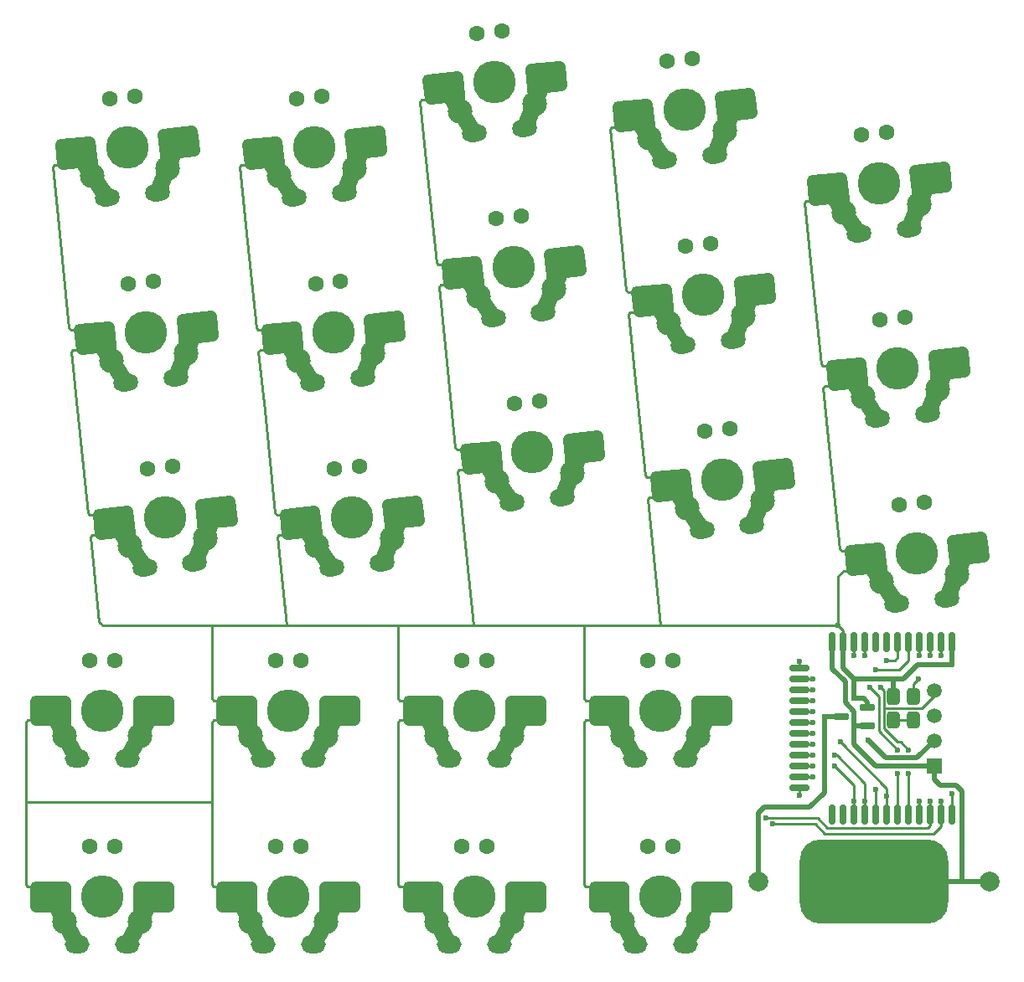
<source format=gtl>
%FSAX24Y24*%
%MOIN*%
G70*
G01*
G75*
G04 Layer_Physical_Order=1*
G04 Layer_Color=255*
G04:AMPARAMS|DCode=10|XSize=590.6mil|YSize=334.6mil|CornerRadius=83.7mil|HoleSize=0mil|Usage=FLASHONLY|Rotation=0.000|XOffset=0mil|YOffset=0mil|HoleType=Round|Shape=RoundedRectangle|*
%AMROUNDEDRECTD10*
21,1,0.5906,0.1673,0,0,0.0*
21,1,0.4232,0.3346,0,0,0.0*
1,1,0.1673,0.2116,-0.0837*
1,1,0.1673,-0.2116,-0.0837*
1,1,0.1673,-0.2116,0.0837*
1,1,0.1673,0.2116,0.0837*
%
%ADD10ROUNDEDRECTD10*%
G04:AMPARAMS|DCode=11|XSize=53.2mil|YSize=66.9mil|CornerRadius=13.3mil|HoleSize=0mil|Usage=FLASHONLY|Rotation=180.000|XOffset=0mil|YOffset=0mil|HoleType=Round|Shape=RoundedRectangle|*
%AMROUNDEDRECTD11*
21,1,0.0532,0.0404,0,0,180.0*
21,1,0.0266,0.0669,0,0,180.0*
1,1,0.0266,-0.0133,0.0202*
1,1,0.0266,0.0133,0.0202*
1,1,0.0266,0.0133,-0.0202*
1,1,0.0266,-0.0133,-0.0202*
%
%ADD11ROUNDEDRECTD11*%
G04:AMPARAMS|DCode=12|XSize=25.6mil|YSize=61mil|CornerRadius=6.4mil|HoleSize=0mil|Usage=FLASHONLY|Rotation=270.000|XOffset=0mil|YOffset=0mil|HoleType=Round|Shape=RoundedRectangle|*
%AMROUNDEDRECTD12*
21,1,0.0256,0.0482,0,0,270.0*
21,1,0.0128,0.0610,0,0,270.0*
1,1,0.0128,-0.0241,-0.0064*
1,1,0.0128,-0.0241,0.0064*
1,1,0.0128,0.0241,0.0064*
1,1,0.0128,0.0241,-0.0064*
%
%ADD12ROUNDEDRECTD12*%
G04:AMPARAMS|DCode=13|XSize=27.6mil|YSize=78.7mil|CornerRadius=6.9mil|HoleSize=0mil|Usage=FLASHONLY|Rotation=180.000|XOffset=0mil|YOffset=0mil|HoleType=Round|Shape=RoundedRectangle|*
%AMROUNDEDRECTD13*
21,1,0.0276,0.0650,0,0,180.0*
21,1,0.0138,0.0787,0,0,180.0*
1,1,0.0138,-0.0069,0.0325*
1,1,0.0138,0.0069,0.0325*
1,1,0.0138,0.0069,-0.0325*
1,1,0.0138,-0.0069,-0.0325*
%
%ADD13ROUNDEDRECTD13*%
G04:AMPARAMS|DCode=14|XSize=27.6mil|YSize=78.7mil|CornerRadius=6.9mil|HoleSize=0mil|Usage=FLASHONLY|Rotation=270.000|XOffset=0mil|YOffset=0mil|HoleType=Round|Shape=RoundedRectangle|*
%AMROUNDEDRECTD14*
21,1,0.0276,0.0650,0,0,270.0*
21,1,0.0138,0.0787,0,0,270.0*
1,1,0.0138,-0.0325,-0.0069*
1,1,0.0138,-0.0325,0.0069*
1,1,0.0138,0.0325,0.0069*
1,1,0.0138,0.0325,-0.0069*
%
%ADD14ROUNDEDRECTD14*%
%ADD15C,0.0100*%
%ADD16C,0.0197*%
%ADD17C,0.0098*%
%ADD18C,0.0669*%
%ADD19C,0.0433*%
%ADD20C,0.0787*%
%ADD21R,0.0591X0.0591*%
%ADD22C,0.0591*%
%ADD23C,0.0630*%
%ADD24C,0.0394*%
%ADD25C,0.1693*%
%ADD26C,0.0984*%
G04:AMPARAMS|DCode=27|XSize=98.4mil|YSize=70.9mil|CornerRadius=0mil|HoleSize=0mil|Usage=FLASHONLY|Rotation=5.800|XOffset=0mil|YOffset=0mil|HoleType=Round|Shape=Round|*
%AMOVALD27*
21,1,0.0276,0.0709,0.0000,0.0000,5.8*
1,1,0.0709,-0.0137,-0.0014*
1,1,0.0709,0.0137,0.0014*
%
%ADD27OVALD27*%

%ADD28O,0.0984X0.0709*%
%ADD29C,0.0236*%
D10*
X073425Y043307D02*
D03*
D11*
X075000Y050669D02*
D03*
Y049724D02*
D03*
X074213D02*
D03*
Y050669D02*
D03*
D12*
X073169Y049508D02*
D03*
Y050256D02*
D03*
X072126Y049882D02*
D03*
D13*
X076535Y052835D02*
D03*
X071772D02*
D03*
X075236D02*
D03*
X074803D02*
D03*
X074370D02*
D03*
X073937D02*
D03*
X073504D02*
D03*
X073071D02*
D03*
X072205D02*
D03*
X076102D02*
D03*
X072638D02*
D03*
X075669D02*
D03*
X076102Y045984D02*
D03*
X071772D02*
D03*
X072205D02*
D03*
X072638D02*
D03*
X073071D02*
D03*
X073937D02*
D03*
X074370D02*
D03*
X074803D02*
D03*
X075236D02*
D03*
X075669D02*
D03*
X073504D02*
D03*
X076535D02*
D03*
D14*
X070472Y049626D02*
D03*
Y049193D02*
D03*
Y050492D02*
D03*
Y051791D02*
D03*
Y051358D02*
D03*
Y050925D02*
D03*
Y050059D02*
D03*
Y047461D02*
D03*
Y047028D02*
D03*
Y048327D02*
D03*
Y047894D02*
D03*
Y048760D02*
D03*
D15*
X071476Y045217D02*
X075807D01*
X071102Y045591D02*
X071476Y045217D01*
X071575Y045453D02*
X075571D01*
X075807Y045217D02*
X076102Y045512D01*
X075571Y045453D02*
X075669Y045551D01*
Y045984D01*
X074436Y051752D02*
X074803Y052119D01*
X073504Y051752D02*
X074436D01*
X074803Y045984D02*
Y047598D01*
X072638Y045984D02*
Y047126D01*
X076102Y045512D02*
Y046516D01*
X075669Y045984D02*
Y046516D01*
X075236Y045984D02*
Y046516D01*
X072638Y052303D02*
Y052835D01*
X073071Y052303D02*
Y052835D01*
X075236Y052303D02*
Y052835D01*
X075669Y052303D02*
Y052835D01*
X076102Y052303D02*
Y052835D01*
X070472Y051358D02*
X071004D01*
X070472Y050925D02*
X071004D01*
X070472Y050492D02*
X071004D01*
X070472Y050059D02*
X071004D01*
X070472Y049626D02*
X071004D01*
X070472Y049193D02*
X071004D01*
X070472Y048760D02*
X071004D01*
X070472Y048327D02*
X071004D01*
X070472Y047894D02*
X071004D01*
X070472Y047461D02*
X071004D01*
X070472Y051791D02*
Y052067D01*
Y046752D02*
Y047028D01*
X042599Y053654D02*
X042638Y053622D01*
X072230Y055685D02*
X072544Y055717D01*
X064422Y058533D02*
X064933Y053502D01*
X064422Y058533D02*
X064493Y058619D01*
X064806Y058651D01*
X056872Y059626D02*
X057493Y053505D01*
X056872Y059626D02*
X056942Y059712D01*
X057255Y059744D01*
X049695Y057037D02*
X050054Y053502D01*
X049695Y057037D02*
X049765Y057123D01*
X050079Y057155D01*
X042326Y057123D02*
X042639Y057155D01*
X042255Y057037D02*
X042326Y057123D01*
X042255Y057037D02*
X042599Y053654D01*
X047087Y043189D02*
Y046457D01*
X039685D02*
Y049646D01*
Y043189D02*
Y046457D01*
X047087D01*
X071850Y047913D02*
X072638Y047126D01*
X072151Y056468D02*
X072464Y056500D01*
X072064Y056539D02*
X072151Y056468D01*
X071647Y060651D02*
X072064Y056539D01*
X071482Y063049D02*
X071796Y063081D01*
X071412Y062962D02*
X071482Y063049D01*
X071412Y062962D02*
X071647Y060651D01*
X071403Y063832D02*
X071716Y063864D01*
X071316Y063902D02*
X071403Y063832D01*
X070899Y068015D02*
X071316Y063902D01*
X070734Y070412D02*
X071048Y070444D01*
X070664Y070326D02*
X070734Y070412D01*
X070664Y070326D02*
X070899Y068015D01*
X064413Y059402D02*
X064726Y059434D01*
X064327Y059473D02*
X064413Y059402D01*
X063909Y063585D02*
X064327Y059473D01*
X063745Y065983D02*
X064058Y066014D01*
X063674Y065896D02*
X063745Y065983D01*
X063674Y065896D02*
X063909Y063585D01*
X063665Y066766D02*
X063978Y066798D01*
X063579Y066836D02*
X063665Y066766D01*
X063161Y070949D02*
X063579Y066836D01*
X062997Y073346D02*
X063310Y073378D01*
X062926Y073260D02*
X062997Y073346D01*
X062926Y073260D02*
X063161Y070949D01*
X056862Y060495D02*
X057176Y060527D01*
X056776Y060566D02*
X056862Y060495D01*
X056358Y064678D02*
X056776Y060566D01*
X056194Y067076D02*
X056507Y067107D01*
X056124Y066989D02*
X056194Y067076D01*
X056124Y066989D02*
X056358Y064678D01*
X056114Y067859D02*
X056428Y067891D01*
X056028Y067929D02*
X056114Y067859D01*
X055610Y072042D02*
X056028Y067929D01*
X055446Y074439D02*
X055759Y074471D01*
X055376Y074353D02*
X055446Y074439D01*
X055376Y074353D02*
X055610Y072042D01*
X049686Y057906D02*
X049999Y057938D01*
X049599Y057977D02*
X049686Y057906D01*
X049182Y062089D02*
X049599Y057977D01*
X049017Y064487D02*
X049331Y064518D01*
X048947Y064400D02*
X049017Y064487D01*
X048947Y064400D02*
X049182Y062089D01*
X048938Y065270D02*
X049251Y065302D01*
X048851Y065340D02*
X048938Y065270D01*
X048434Y069453D02*
X048851Y065340D01*
X048269Y071850D02*
X048583Y071882D01*
X048199Y071764D02*
X048269Y071850D01*
X048199Y071764D02*
X048434Y069453D01*
X040759Y071764D02*
X040994Y069453D01*
X040759Y071764D02*
X040830Y071850D01*
X041143Y071882D01*
X040994Y069453D02*
X041412Y065341D01*
X041498Y065270D01*
X041811Y065302D01*
X041507Y064400D02*
X041742Y062090D01*
X041507Y064400D02*
X041578Y064487D01*
X041891Y064519D01*
X041742Y062090D02*
X042160Y057977D01*
X042246Y057906D01*
X042559Y057938D01*
X061969Y043110D02*
X062283D01*
X061890Y043189D02*
X061969Y043110D01*
Y049724D02*
X062283D01*
X061890Y049646D02*
X061969Y049724D01*
X061890Y043189D02*
Y049646D01*
X054567Y043110D02*
X054882D01*
X054488Y043189D02*
X054567Y043110D01*
Y049724D02*
X054882D01*
X054488Y049646D02*
X054567Y049724D01*
X054488Y043189D02*
Y049646D01*
X047165Y043110D02*
X047480D01*
X047087Y043189D02*
X047165Y043110D01*
Y049724D02*
X047480D01*
X047087Y049646D02*
X047165Y049724D01*
X047087Y046457D02*
Y049646D01*
X039685D02*
X039764Y049724D01*
X040079D01*
X039685Y043189D02*
X039764Y043110D01*
X040079D01*
X073937Y052119D02*
X074252D01*
X073937Y052097D02*
Y052119D01*
X074370Y052237D02*
Y052835D01*
X074252Y052119D02*
X074370Y052237D01*
X074803Y052119D02*
Y052835D01*
X073504Y045984D02*
Y046988D01*
X073937Y045984D02*
Y046700D01*
X047087Y050591D02*
X047165Y050512D01*
X047480D01*
X047087Y050591D02*
Y053504D01*
X054488Y050591D02*
Y053504D01*
X054567Y050512D02*
X054882D01*
X054488Y050591D02*
X054567Y050512D01*
X061890Y050591D02*
Y053504D01*
X061969Y050512D02*
X062283D01*
X061890Y050591D02*
X061969Y050512D01*
X071201Y045827D02*
X071575Y045453D01*
X069134Y045827D02*
X071201D01*
X069390Y045591D02*
X071102D01*
X072087Y048858D02*
X073937Y047008D01*
Y046700D02*
Y047008D01*
X071850Y048327D02*
X071949D01*
X073071Y047205D01*
Y045984D02*
Y047205D01*
X074369Y047639D02*
X074370Y047638D01*
Y045984D02*
Y047638D01*
X042638Y053622D02*
X042755Y053505D01*
X072008Y053504D02*
Y055463D01*
X072230Y055685D01*
X072008Y053504D02*
X072205Y053307D01*
Y052835D02*
Y053307D01*
X042755Y053505D02*
X071968D01*
D16*
X069055Y046260D02*
X070866D01*
X071457Y046850D01*
X072638Y050591D02*
X073032D01*
X073169Y050453D01*
Y050256D02*
Y050453D01*
X072205Y051801D02*
Y052835D01*
Y051801D02*
X072628Y051378D01*
X073425Y043307D02*
X076929D01*
X078032D01*
X071457Y046850D02*
Y049882D01*
X072126D01*
X072638Y050591D02*
Y051368D01*
X072628Y051378D02*
X072638Y051368D01*
X072283Y050433D02*
X072638Y050079D01*
X072283Y050433D02*
Y051260D01*
X071772Y051772D02*
X072283Y051260D01*
X071772Y051772D02*
Y052835D01*
X072657Y049508D02*
X073169D01*
X072638Y049528D02*
X072657Y049508D01*
X072638Y049528D02*
Y050079D01*
Y049173D02*
Y049528D01*
Y048780D02*
Y049173D01*
X074606Y051378D02*
X075157Y051929D01*
X068819Y046024D02*
X069055Y046260D01*
X068819Y043307D02*
Y046024D01*
X072638Y048780D02*
X073504Y047913D01*
X074213Y050669D02*
Y051378D01*
X074606D01*
X073189Y048937D02*
X073898Y048228D01*
X075146D01*
X075827Y048909D01*
X072628Y051378D02*
X074213D01*
X076535Y052303D02*
Y052835D01*
Y052303D02*
X076535Y052303D01*
X076535Y051929D02*
Y052303D01*
X075157Y051929D02*
X076535D01*
X076535Y051929D01*
Y052303D01*
X073504Y047913D02*
X075827D01*
X075744D02*
X075783Y047953D01*
X075744Y047913D02*
X075827D01*
Y047362D02*
Y047913D01*
Y047362D02*
X076063Y047126D01*
X076929Y043307D02*
Y046890D01*
X076063Y047126D02*
X076693D01*
X076929Y046890D01*
D17*
X074213Y049724D02*
X075000D01*
Y050669D02*
Y051181D01*
X075197Y051378D01*
X073701Y051024D02*
X073819Y050906D01*
X073268Y051024D02*
X073622Y050669D01*
Y049291D02*
Y050669D01*
Y049291D02*
X074370Y048543D01*
X073819Y049409D02*
X074370Y048858D01*
X074488D01*
X074803Y048543D01*
X073819Y049409D02*
Y050197D01*
Y050906D01*
Y050197D02*
X075315D01*
X076535Y045984D02*
Y046811D01*
X075315Y050197D02*
X075827Y050709D01*
Y050909D01*
D18*
X045321Y071697D02*
X045717Y072743D01*
X041738Y072338D02*
X042336Y071394D01*
X044916Y070731D02*
X045321Y071697D01*
X042336Y071394D02*
X042927Y070529D01*
X052760Y071697D02*
X053157Y072743D01*
X049177Y072338D02*
X049776Y071394D01*
X052356Y070731D02*
X052760Y071697D01*
X049776Y071394D02*
X050366Y070529D01*
X059937Y074286D02*
X060334Y075331D01*
X056354Y074927D02*
X056953Y073983D01*
X059533Y073320D02*
X059937Y074286D01*
X056953Y073983D02*
X057543Y073118D01*
X067488Y073193D02*
X067884Y074238D01*
X063905Y073834D02*
X064503Y072890D01*
X067083Y072227D02*
X067488Y073193D01*
X064503Y072890D02*
X065094Y072025D01*
X075226Y070259D02*
X075622Y071305D01*
X071642Y070900D02*
X072241Y069956D01*
X074821Y069293D02*
X075226Y070259D01*
X072241Y069956D02*
X072831Y069091D01*
X046069Y064334D02*
X046465Y065379D01*
X042486Y064975D02*
X043084Y064030D01*
X045664Y063368D02*
X046069Y064334D01*
X043084Y064030D02*
X043675Y063166D01*
X053508Y064333D02*
X053905Y065379D01*
X049925Y064975D02*
X050524Y064030D01*
X053104Y063368D02*
X053508Y064333D01*
X050524Y064030D02*
X051114Y063165D01*
X060685Y066922D02*
X061082Y067968D01*
X057102Y067564D02*
X057701Y066619D01*
X060281Y065957D02*
X060685Y066922D01*
X057701Y066619D02*
X058291Y065754D01*
X068236Y065829D02*
X068632Y066875D01*
X064653Y066471D02*
X065251Y065526D01*
X067831Y064864D02*
X068236Y065829D01*
X065251Y065526D02*
X065842Y064661D01*
X075973Y062896D02*
X076370Y063941D01*
X072390Y063537D02*
X072989Y062592D01*
X075569Y061930D02*
X075973Y062896D01*
X072989Y062592D02*
X073579Y061728D01*
X046817Y056970D02*
X047213Y058015D01*
X043234Y057611D02*
X043832Y056667D01*
X046412Y056004D02*
X046817Y056970D01*
X043832Y056667D02*
X044423Y055802D01*
X054256Y056970D02*
X054653Y058015D01*
X050673Y057611D02*
X051272Y056667D01*
X053852Y056004D02*
X054256Y056970D01*
X051272Y056667D02*
X051862Y055802D01*
X061433Y059559D02*
X061830Y060604D01*
X057850Y060200D02*
X058448Y059255D01*
X061029Y058593D02*
X061433Y059559D01*
X058448Y059255D02*
X059039Y058391D01*
X068984Y058466D02*
X069380Y059511D01*
X065401Y059107D02*
X065999Y058163D01*
X068579Y057500D02*
X068984Y058466D01*
X065999Y058163D02*
X066590Y057298D01*
X076721Y055532D02*
X077118Y056577D01*
X073138Y056173D02*
X073737Y055229D01*
X076317Y054566D02*
X076721Y055532D01*
X073737Y055229D02*
X074327Y054364D01*
X044217Y049118D02*
X044717Y050118D01*
X040717D02*
X041217Y049118D01*
X043717Y048198D02*
X044217Y049118D01*
X041217D02*
X041717Y048198D01*
X051618Y049118D02*
X052118Y050118D01*
X048118D02*
X048618Y049118D01*
X051118Y048198D02*
X051618Y049118D01*
X048618D02*
X049118Y048198D01*
X059020Y049118D02*
X059520Y050118D01*
X055520D02*
X056020Y049118D01*
X058520Y048198D02*
X059020Y049118D01*
X056020D02*
X056520Y048198D01*
X066421Y049118D02*
X066921Y050118D01*
X062921D02*
X063421Y049118D01*
X065921Y048198D02*
X066421Y049118D01*
X063421D02*
X063921Y048198D01*
X044217Y041717D02*
X044717Y042717D01*
X040717D02*
X041217Y041717D01*
X043717Y040797D02*
X044217Y041717D01*
X041217D02*
X041717Y040797D01*
X051618Y041717D02*
X052118Y042717D01*
X048118D02*
X048618Y041717D01*
X051118Y040797D02*
X051618Y041717D01*
X048618D02*
X049118Y040797D01*
X059020Y041717D02*
X059520Y042717D01*
X055520D02*
X056020Y041717D01*
X058520Y040797D02*
X059020Y041717D01*
X056020D02*
X056520Y040797D01*
X066421Y041717D02*
X066921Y042717D01*
X062921D02*
X063421Y041717D01*
X065921Y040797D02*
X066421Y041717D01*
X063421D02*
X063921Y040797D01*
D19*
X041063Y072666D02*
X041143Y071882D01*
X041103Y072274D02*
X041738Y072338D01*
X041143Y071882D02*
X042083Y071978D01*
X042238Y072785D02*
X042354Y071649D01*
X041063Y072666D02*
X042238Y072785D01*
X046312Y073199D02*
X046392Y072415D01*
X045717Y072743D02*
X046352Y072807D01*
X045451Y072320D02*
X046392Y072415D01*
X045137Y073079D02*
X045252Y071944D01*
X045137Y073079D02*
X046312Y073199D01*
X048503Y072666D02*
X048583Y071882D01*
X048543Y072274D02*
X049177Y072338D01*
X048583Y071882D02*
X049523Y071978D01*
X049678Y072785D02*
X049793Y071649D01*
X048503Y072666D02*
X049678Y072785D01*
X053752Y073199D02*
X053831Y072415D01*
X053157Y072743D02*
X053791Y072807D01*
X052891Y072320D02*
X053831Y072415D01*
X052577Y073079D02*
X052692Y071943D01*
X052577Y073079D02*
X053752Y073199D01*
X055680Y075254D02*
X055759Y074471D01*
X055719Y074863D02*
X056354Y074927D01*
X055759Y074471D02*
X056699Y074567D01*
X056855Y075374D02*
X056970Y074238D01*
X055680Y075254D02*
X056855Y075374D01*
X060928Y075788D02*
X061008Y075004D01*
X060334Y075331D02*
X060968Y075396D01*
X060068Y074909D02*
X061008Y075004D01*
X059753Y075668D02*
X059869Y074532D01*
X059753Y075668D02*
X060928Y075788D01*
X063230Y074161D02*
X063310Y073378D01*
X063270Y073770D02*
X063905Y073834D01*
X063310Y073378D02*
X064250Y073474D01*
X064405Y074281D02*
X064521Y073145D01*
X063230Y074161D02*
X064405Y074281D01*
X068479Y074695D02*
X068559Y073911D01*
X067884Y074238D02*
X068519Y074303D01*
X067618Y073816D02*
X068559Y073911D01*
X067304Y074575D02*
X067419Y073439D01*
X067304Y074575D02*
X068479Y074695D01*
X070968Y071228D02*
X071048Y070444D01*
X071008Y070836D02*
X071642Y070900D01*
X071048Y070444D02*
X071988Y070540D01*
X072143Y071347D02*
X072258Y070211D01*
X070968Y071228D02*
X072143Y071347D01*
X076217Y071761D02*
X076296Y070977D01*
X075622Y071305D02*
X076256Y071369D01*
X075356Y070882D02*
X076296Y070977D01*
X075042Y071641D02*
X075157Y070505D01*
X075042Y071641D02*
X076217Y071761D01*
X041811Y065302D02*
X041891Y064519D01*
X041851Y064910D02*
X042486Y064975D01*
X041891Y064519D02*
X042831Y064614D01*
X042986Y065421D02*
X043102Y064285D01*
X041811Y065302D02*
X042986Y065421D01*
X047060Y065835D02*
X047139Y065052D01*
X046465Y065379D02*
X047100Y065443D01*
X046199Y064956D02*
X047139Y065052D01*
X045885Y065716D02*
X046000Y064580D01*
X045885Y065716D02*
X047060Y065835D01*
X049251Y065302D02*
X049331Y064518D01*
X049291Y064910D02*
X049925Y064975D01*
X049331Y064518D02*
X050271Y064614D01*
X050426Y065421D02*
X050541Y064285D01*
X049251Y065302D02*
X050426Y065421D01*
X054500Y065835D02*
X054579Y065052D01*
X053905Y065379D02*
X054539Y065443D01*
X053639Y064956D02*
X054579Y065052D01*
X053325Y065716D02*
X053440Y064580D01*
X053325Y065716D02*
X054500Y065835D01*
X056428Y067891D02*
X056507Y067107D01*
X056467Y067499D02*
X057102Y067564D01*
X056507Y067107D02*
X057447Y067203D01*
X057603Y068010D02*
X057718Y066874D01*
X056428Y067891D02*
X057603Y068010D01*
X061676Y068424D02*
X061756Y067641D01*
X061082Y067968D02*
X061716Y068032D01*
X060816Y067545D02*
X061756Y067641D01*
X060501Y068305D02*
X060617Y067169D01*
X060501Y068305D02*
X061676Y068424D01*
X063978Y066798D02*
X064058Y066014D01*
X064018Y066406D02*
X064653Y066471D01*
X064058Y066014D02*
X064998Y066110D01*
X065153Y066917D02*
X065269Y065781D01*
X063978Y066798D02*
X065153Y066917D01*
X069227Y067331D02*
X069307Y066548D01*
X068632Y066875D02*
X069267Y066939D01*
X068366Y066452D02*
X069307Y066548D01*
X068052Y067212D02*
X068167Y066076D01*
X068052Y067212D02*
X069227Y067331D01*
X071716Y063864D02*
X071796Y063081D01*
X071756Y063472D02*
X072390Y063537D01*
X071796Y063081D02*
X072736Y063176D01*
X072891Y063983D02*
X073006Y062847D01*
X071716Y063864D02*
X072891Y063983D01*
X076965Y064397D02*
X077044Y063614D01*
X076370Y063941D02*
X077004Y064005D01*
X076104Y063518D02*
X077044Y063614D01*
X075790Y064278D02*
X075905Y063142D01*
X075790Y064278D02*
X076965Y064397D01*
X042559Y057938D02*
X042639Y057155D01*
X042599Y057547D02*
X043234Y057611D01*
X042639Y057155D02*
X043579Y057250D01*
X043734Y058058D02*
X043850Y056922D01*
X042559Y057938D02*
X043734Y058058D01*
X047808Y058471D02*
X047887Y057688D01*
X047213Y058015D02*
X047848Y058080D01*
X046947Y057593D02*
X047887Y057688D01*
X046633Y058352D02*
X046748Y057216D01*
X046633Y058352D02*
X047808Y058471D01*
X049999Y057938D02*
X050079Y057155D01*
X050039Y057546D02*
X050673Y057611D01*
X050079Y057155D02*
X051019Y057250D01*
X051174Y058058D02*
X051289Y056922D01*
X049999Y057938D02*
X051174Y058058D01*
X055248Y058471D02*
X055327Y057688D01*
X054653Y058015D02*
X055287Y058080D01*
X054387Y057592D02*
X055327Y057688D01*
X054072Y058352D02*
X054188Y057216D01*
X054072Y058352D02*
X055248Y058471D01*
X057176Y060527D02*
X057255Y059744D01*
X057215Y060135D02*
X057850Y060200D01*
X057255Y059744D02*
X058195Y059839D01*
X058351Y060646D02*
X058466Y059511D01*
X057176Y060527D02*
X058351Y060646D01*
X062424Y061060D02*
X062504Y060277D01*
X061830Y060604D02*
X062464Y060669D01*
X061564Y060181D02*
X062504Y060277D01*
X061249Y060941D02*
X061365Y059805D01*
X061249Y060941D02*
X062424Y061060D01*
X064726Y059434D02*
X064806Y058651D01*
X064766Y059042D02*
X065401Y059107D01*
X064806Y058651D02*
X065746Y058746D01*
X065901Y059553D02*
X066017Y058418D01*
X064726Y059434D02*
X065901Y059553D01*
X069975Y059967D02*
X070054Y059184D01*
X069380Y059511D02*
X070015Y059576D01*
X069114Y059088D02*
X070054Y059184D01*
X068800Y059848D02*
X068915Y058712D01*
X068800Y059848D02*
X069975Y059967D01*
X072464Y056500D02*
X072544Y055717D01*
X072504Y056109D02*
X073138Y056173D01*
X072544Y055717D02*
X073484Y055812D01*
X073639Y056620D02*
X073754Y055484D01*
X072464Y056500D02*
X073639Y056620D01*
X077713Y057033D02*
X077792Y056250D01*
X077118Y056577D02*
X077752Y056642D01*
X076852Y056155D02*
X077792Y056250D01*
X076538Y056914D02*
X076653Y055778D01*
X076538Y056914D02*
X077713Y057033D01*
X040079Y049724D02*
Y050512D01*
Y050118D02*
X040717D01*
X040079Y049724D02*
X041024D01*
X041260Y049370D02*
Y050512D01*
X040079D02*
X041260D01*
X045354Y049724D02*
Y050512D01*
X044717Y050118D02*
X045354D01*
X044409Y049724D02*
X045354D01*
X044173Y049370D02*
Y050512D01*
X045354D01*
X047480Y049724D02*
Y050512D01*
Y050118D02*
X048118D01*
X047480Y049724D02*
X048425D01*
X048661Y049370D02*
Y050512D01*
X047480D02*
X048661D01*
X052756Y049724D02*
Y050512D01*
X052118Y050118D02*
X052756D01*
X051811Y049724D02*
X052756D01*
X051575Y049370D02*
Y050512D01*
X052756D01*
X054882Y049724D02*
Y050512D01*
Y050118D02*
X055520D01*
X054882Y049724D02*
X055827D01*
X056063Y049370D02*
Y050512D01*
X054882D02*
X056063D01*
X060157Y049724D02*
Y050512D01*
X059520Y050118D02*
X060157D01*
X059213Y049724D02*
X060157D01*
X058976Y049370D02*
Y050512D01*
X060157D01*
X062283Y049724D02*
Y050512D01*
Y050118D02*
X062921D01*
X062283Y049724D02*
X063228D01*
X063465Y049370D02*
Y050512D01*
X062283D02*
X063465D01*
X067559Y049724D02*
Y050512D01*
X066921Y050118D02*
X067559D01*
X066614Y049724D02*
X067559D01*
X066378Y049370D02*
Y050512D01*
X067559D01*
X040079Y042323D02*
Y043110D01*
Y042717D02*
X040717D01*
X040079Y042323D02*
X041024D01*
X041260Y041968D02*
Y043110D01*
X040079D02*
X041260D01*
X045354Y042323D02*
Y043110D01*
X044717Y042717D02*
X045354D01*
X044409Y042323D02*
X045354D01*
X044173Y041968D02*
Y043110D01*
X045354D01*
X047480Y042323D02*
Y043110D01*
Y042717D02*
X048118D01*
X047480Y042323D02*
X048425D01*
X048661Y041968D02*
Y043110D01*
X047480D02*
X048661D01*
X052756Y042323D02*
Y043110D01*
X052118Y042717D02*
X052756D01*
X051811Y042323D02*
X052756D01*
X051575Y041968D02*
Y043110D01*
X052756D01*
X054882Y042323D02*
Y043110D01*
Y042717D02*
X055520D01*
X054882Y042323D02*
X055827D01*
X056063Y041968D02*
Y043110D01*
X054882D02*
X056063D01*
X060157Y042323D02*
Y043110D01*
X059520Y042717D02*
X060157D01*
X059213Y042323D02*
X060157D01*
X058976Y041968D02*
Y043110D01*
X060157D01*
X062283Y042323D02*
Y043110D01*
Y042717D02*
X062921D01*
X062283Y042323D02*
X063228D01*
X063465Y041968D02*
Y043110D01*
X062283D02*
X063465D01*
X067559Y042323D02*
Y043110D01*
X066921Y042717D02*
X067559D01*
X066614Y042323D02*
X067559D01*
X066378Y041968D02*
Y043110D01*
X067559D01*
D20*
X068819Y043307D02*
D03*
X078032D02*
D03*
X045717Y072743D02*
D03*
X041738Y072338D02*
D03*
X053157Y072743D02*
D03*
X049177Y072338D02*
D03*
X060334Y075331D02*
D03*
X056354Y074927D02*
D03*
X067884Y074238D02*
D03*
X063905Y073834D02*
D03*
X075622Y071305D02*
D03*
X071642Y070900D02*
D03*
X046465Y065379D02*
D03*
X042486Y064975D02*
D03*
X053905Y065379D02*
D03*
X049925Y064975D02*
D03*
X061082Y067968D02*
D03*
X057102Y067564D02*
D03*
X068632Y066875D02*
D03*
X064653Y066471D02*
D03*
X076370Y063941D02*
D03*
X072390Y063537D02*
D03*
X047213Y058015D02*
D03*
X043234Y057611D02*
D03*
X054653Y058015D02*
D03*
X050673Y057611D02*
D03*
X061830Y060604D02*
D03*
X057850Y060200D02*
D03*
X069380Y059511D02*
D03*
X065401Y059107D02*
D03*
X077118Y056577D02*
D03*
X073138Y056173D02*
D03*
X044717Y050118D02*
D03*
X040717D02*
D03*
X052118D02*
D03*
X048118D02*
D03*
X059520D02*
D03*
X055520D02*
D03*
X066921D02*
D03*
X062921D02*
D03*
X044717Y042717D02*
D03*
X040717D02*
D03*
X052118D02*
D03*
X048118D02*
D03*
X059520D02*
D03*
X055520D02*
D03*
X066921D02*
D03*
X062921D02*
D03*
D21*
X075827Y047909D02*
D03*
D22*
Y048909D02*
D03*
Y049909D02*
D03*
Y050909D02*
D03*
D23*
X043028Y074480D02*
D03*
X044023Y074581D02*
D03*
X050468Y074480D02*
D03*
X051462Y074581D02*
D03*
X057644Y077069D02*
D03*
X058639Y077170D02*
D03*
X065195Y075976D02*
D03*
X066190Y076077D02*
D03*
X072933Y073042D02*
D03*
X073927Y073143D02*
D03*
X043776Y067116D02*
D03*
X044771Y067217D02*
D03*
X051216Y067116D02*
D03*
X052210Y067217D02*
D03*
X058392Y069705D02*
D03*
X059387Y069806D02*
D03*
X065943Y068612D02*
D03*
X066938Y068713D02*
D03*
X073681Y065678D02*
D03*
X074675Y065779D02*
D03*
X044524Y059752D02*
D03*
X045519Y059853D02*
D03*
X051964Y059752D02*
D03*
X052958Y059853D02*
D03*
X059140Y062341D02*
D03*
X060135Y062442D02*
D03*
X066691Y061248D02*
D03*
X067686Y061349D02*
D03*
X074429Y058314D02*
D03*
X075423Y058415D02*
D03*
X042217Y052118D02*
D03*
X043217D02*
D03*
X049618D02*
D03*
X050618D02*
D03*
X057020D02*
D03*
X058020D02*
D03*
X064421D02*
D03*
X065421D02*
D03*
X042217Y044717D02*
D03*
X043217D02*
D03*
X049618D02*
D03*
X050618D02*
D03*
X057020D02*
D03*
X058020D02*
D03*
X064421D02*
D03*
X065421D02*
D03*
D24*
X046392Y072415D02*
D03*
X046312Y073199D02*
D03*
X046352Y072807D02*
D03*
X041103Y072274D02*
D03*
X041143Y071882D02*
D03*
X041063Y072666D02*
D03*
X053831Y072415D02*
D03*
X053752Y073199D02*
D03*
X053791Y072807D02*
D03*
X048543Y072274D02*
D03*
X048583Y071882D02*
D03*
X048503Y072666D02*
D03*
X061008Y075004D02*
D03*
X060928Y075788D02*
D03*
X060968Y075396D02*
D03*
X055719Y074863D02*
D03*
X055759Y074471D02*
D03*
X055680Y075254D02*
D03*
X068559Y073911D02*
D03*
X068479Y074695D02*
D03*
X068519Y074303D02*
D03*
X063270Y073770D02*
D03*
X063310Y073378D02*
D03*
X063230Y074161D02*
D03*
X076296Y070977D02*
D03*
X076217Y071761D02*
D03*
X076256Y071369D02*
D03*
X071008Y070836D02*
D03*
X071048Y070444D02*
D03*
X070968Y071228D02*
D03*
X047139Y065052D02*
D03*
X047060Y065835D02*
D03*
X047100Y065443D02*
D03*
X041851Y064910D02*
D03*
X041891Y064519D02*
D03*
X041811Y065302D02*
D03*
X054579Y065052D02*
D03*
X054500Y065835D02*
D03*
X054539Y065443D02*
D03*
X049291Y064910D02*
D03*
X049331Y064518D02*
D03*
X049251Y065302D02*
D03*
X061756Y067641D02*
D03*
X061676Y068424D02*
D03*
X061716Y068032D02*
D03*
X056467Y067499D02*
D03*
X056507Y067107D02*
D03*
X056428Y067891D02*
D03*
X069307Y066548D02*
D03*
X069227Y067331D02*
D03*
X069267Y066939D02*
D03*
X064018Y066406D02*
D03*
X064058Y066014D02*
D03*
X063978Y066798D02*
D03*
X077044Y063614D02*
D03*
X076965Y064397D02*
D03*
X077004Y064005D02*
D03*
X071756Y063472D02*
D03*
X071796Y063081D02*
D03*
X071716Y063864D02*
D03*
X047887Y057688D02*
D03*
X047808Y058471D02*
D03*
X047848Y058080D02*
D03*
X042599Y057547D02*
D03*
X042639Y057155D02*
D03*
X042559Y057938D02*
D03*
X055327Y057688D02*
D03*
X055248Y058471D02*
D03*
X055287Y058080D02*
D03*
X050039Y057546D02*
D03*
X050079Y057155D02*
D03*
X049999Y057938D02*
D03*
X062504Y060277D02*
D03*
X062424Y061060D02*
D03*
X062464Y060669D02*
D03*
X057215Y060135D02*
D03*
X057255Y059744D02*
D03*
X057176Y060527D02*
D03*
X070054Y059184D02*
D03*
X069975Y059967D02*
D03*
X070015Y059576D02*
D03*
X064766Y059042D02*
D03*
X064806Y058651D02*
D03*
X064726Y059434D02*
D03*
X077792Y056250D02*
D03*
X077713Y057033D02*
D03*
X077752Y056642D02*
D03*
X072504Y056109D02*
D03*
X072544Y055717D02*
D03*
X072464Y056500D02*
D03*
X045354Y049724D02*
D03*
Y050512D02*
D03*
Y050118D02*
D03*
X040079D02*
D03*
Y049724D02*
D03*
Y050512D02*
D03*
X052756Y049724D02*
D03*
Y050512D02*
D03*
Y050118D02*
D03*
X047480D02*
D03*
Y049724D02*
D03*
Y050512D02*
D03*
X060157Y049724D02*
D03*
Y050512D02*
D03*
Y050118D02*
D03*
X054882D02*
D03*
Y049724D02*
D03*
Y050512D02*
D03*
X067559Y049724D02*
D03*
Y050512D02*
D03*
Y050118D02*
D03*
X062283D02*
D03*
Y049724D02*
D03*
Y050512D02*
D03*
X045354Y042323D02*
D03*
Y043110D02*
D03*
Y042717D02*
D03*
X040079D02*
D03*
Y042323D02*
D03*
Y043110D02*
D03*
X052756Y042323D02*
D03*
Y043110D02*
D03*
Y042717D02*
D03*
X047480D02*
D03*
Y042323D02*
D03*
Y043110D02*
D03*
X060157Y042323D02*
D03*
Y043110D02*
D03*
Y042717D02*
D03*
X054882D02*
D03*
Y042323D02*
D03*
Y043110D02*
D03*
X067559Y042323D02*
D03*
Y043110D02*
D03*
Y042717D02*
D03*
X062283D02*
D03*
Y042323D02*
D03*
Y043110D02*
D03*
D25*
X043727Y072541D02*
D03*
X051167Y072540D02*
D03*
X058344Y075129D02*
D03*
X065894Y074036D02*
D03*
X073632Y071102D02*
D03*
X044475Y065177D02*
D03*
X051915Y065177D02*
D03*
X059092Y067766D02*
D03*
X066642Y066673D02*
D03*
X074380Y063739D02*
D03*
X045223Y057813D02*
D03*
X052663Y057813D02*
D03*
X059840Y060402D02*
D03*
X067390Y059309D02*
D03*
X075128Y056375D02*
D03*
X042717Y050118D02*
D03*
X050118D02*
D03*
X057520D02*
D03*
X064921D02*
D03*
X042717Y042717D02*
D03*
X050118D02*
D03*
X057520D02*
D03*
X064921D02*
D03*
D26*
X045321Y071697D02*
D03*
X042336Y071394D02*
D03*
X052760Y071697D02*
D03*
X049776Y071394D02*
D03*
X059937Y074286D02*
D03*
X056953Y073983D02*
D03*
X067488Y073193D02*
D03*
X064503Y072890D02*
D03*
X075226Y070259D02*
D03*
X072241Y069956D02*
D03*
X046069Y064334D02*
D03*
X043084Y064030D02*
D03*
X053508Y064333D02*
D03*
X050524Y064030D02*
D03*
X060685Y066922D02*
D03*
X057701Y066619D02*
D03*
X068236Y065829D02*
D03*
X065251Y065526D02*
D03*
X075973Y062896D02*
D03*
X072989Y062592D02*
D03*
X046817Y056970D02*
D03*
X043832Y056667D02*
D03*
X054256Y056970D02*
D03*
X051272Y056667D02*
D03*
X061433Y059559D02*
D03*
X058448Y059255D02*
D03*
X068984Y058466D02*
D03*
X065999Y058163D02*
D03*
X076721Y055532D02*
D03*
X073737Y055229D02*
D03*
X044217Y049118D02*
D03*
X041217D02*
D03*
X051618D02*
D03*
X048618D02*
D03*
X059020D02*
D03*
X056020D02*
D03*
X066421D02*
D03*
X063421D02*
D03*
X044217Y041717D02*
D03*
X041217D02*
D03*
X051618D02*
D03*
X048618D02*
D03*
X059020D02*
D03*
X056020D02*
D03*
X066421D02*
D03*
X063421D02*
D03*
D27*
X042927Y070529D02*
D03*
X044916Y070731D02*
D03*
X050366Y070529D02*
D03*
X052356Y070731D02*
D03*
X057543Y073118D02*
D03*
X059533Y073320D02*
D03*
X065094Y072025D02*
D03*
X067083Y072227D02*
D03*
X072831Y069091D02*
D03*
X074821Y069293D02*
D03*
X043675Y063166D02*
D03*
X045664Y063368D02*
D03*
X051114Y063165D02*
D03*
X053104Y063368D02*
D03*
X058291Y065754D02*
D03*
X060281Y065957D02*
D03*
X065842Y064661D02*
D03*
X067831Y064864D02*
D03*
X073579Y061728D02*
D03*
X075569Y061930D02*
D03*
X044423Y055802D02*
D03*
X046412Y056004D02*
D03*
X051862Y055802D02*
D03*
X053852Y056004D02*
D03*
X059039Y058391D02*
D03*
X061029Y058593D02*
D03*
X066590Y057298D02*
D03*
X068579Y057500D02*
D03*
X074327Y054364D02*
D03*
X076317Y054566D02*
D03*
D28*
X041717Y048198D02*
D03*
X043717D02*
D03*
X049118D02*
D03*
X051118D02*
D03*
X056520D02*
D03*
X058520D02*
D03*
X063921D02*
D03*
X065921D02*
D03*
X041717Y040797D02*
D03*
X043717D02*
D03*
X049118D02*
D03*
X051118D02*
D03*
X056520D02*
D03*
X058520D02*
D03*
X063921D02*
D03*
X065921D02*
D03*
D29*
X073504Y046988D02*
D03*
Y051752D02*
D03*
X071004Y047461D02*
D03*
X070472Y046752D02*
D03*
Y052067D02*
D03*
X071850Y047913D02*
D03*
X073937Y052097D02*
D03*
Y046700D02*
D03*
X076102Y052303D02*
D03*
X075669D02*
D03*
X075236D02*
D03*
X073071D02*
D03*
X072638D02*
D03*
X071004Y051358D02*
D03*
Y050925D02*
D03*
Y050492D02*
D03*
Y049193D02*
D03*
Y048760D02*
D03*
Y048327D02*
D03*
Y047894D02*
D03*
X076102Y046516D02*
D03*
X075669D02*
D03*
X075236D02*
D03*
X073071D02*
D03*
X072638D02*
D03*
X069390Y045591D02*
D03*
X069134Y045827D02*
D03*
X072087Y048858D02*
D03*
X071850Y048327D02*
D03*
X072638Y050591D02*
D03*
Y049173D02*
D03*
X071004Y049626D02*
D03*
Y050059D02*
D03*
X071457Y049882D02*
D03*
X073189Y048937D02*
D03*
X074369Y047600D02*
D03*
X074803Y047598D02*
D03*
X075197Y051378D02*
D03*
X073268Y051024D02*
D03*
X073701D02*
D03*
X074370Y048543D02*
D03*
X074803D02*
D03*
X076535Y051929D02*
D03*
X072008Y053504D02*
D03*
X076535Y046811D02*
D03*
M02*

</source>
